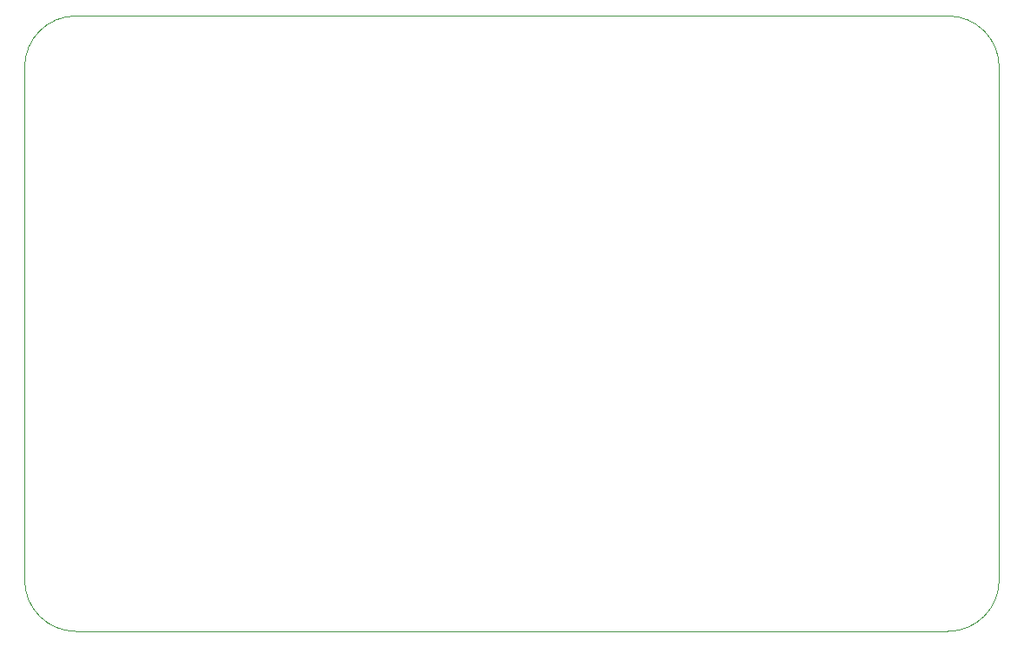
<source format=gbr>
%TF.GenerationSoftware,KiCad,Pcbnew,(5.1.8)-1*%
%TF.CreationDate,2021-01-26T19:05:28+01:00*%
%TF.ProjectId,psu,7073752e-6b69-4636-9164-5f7063625858,rev?*%
%TF.SameCoordinates,Original*%
%TF.FileFunction,Profile,NP*%
%FSLAX46Y46*%
G04 Gerber Fmt 4.6, Leading zero omitted, Abs format (unit mm)*
G04 Created by KiCad (PCBNEW (5.1.8)-1) date 2021-01-26 19:05:28*
%MOMM*%
%LPD*%
G01*
G04 APERTURE LIST*
%TA.AperFunction,Profile*%
%ADD10C,0.050000*%
%TD*%
G04 APERTURE END LIST*
D10*
X85000000Y-110000000D02*
G75*
G02*
X80000000Y-105000000I0J5000000D01*
G01*
X175000000Y-105000000D02*
G75*
G02*
X170000000Y-110000000I-5000000J0D01*
G01*
X170000000Y-50000000D02*
G75*
G02*
X175000000Y-55000000I0J-5000000D01*
G01*
X80000000Y-55000000D02*
G75*
G02*
X85000000Y-50000000I5000000J0D01*
G01*
X175000000Y-55000000D02*
X175000000Y-105000000D01*
X85000000Y-110000000D02*
X170000000Y-110000000D01*
X85000000Y-50000000D02*
X170000000Y-50000000D01*
X80000000Y-55000000D02*
X80000000Y-105000000D01*
M02*

</source>
